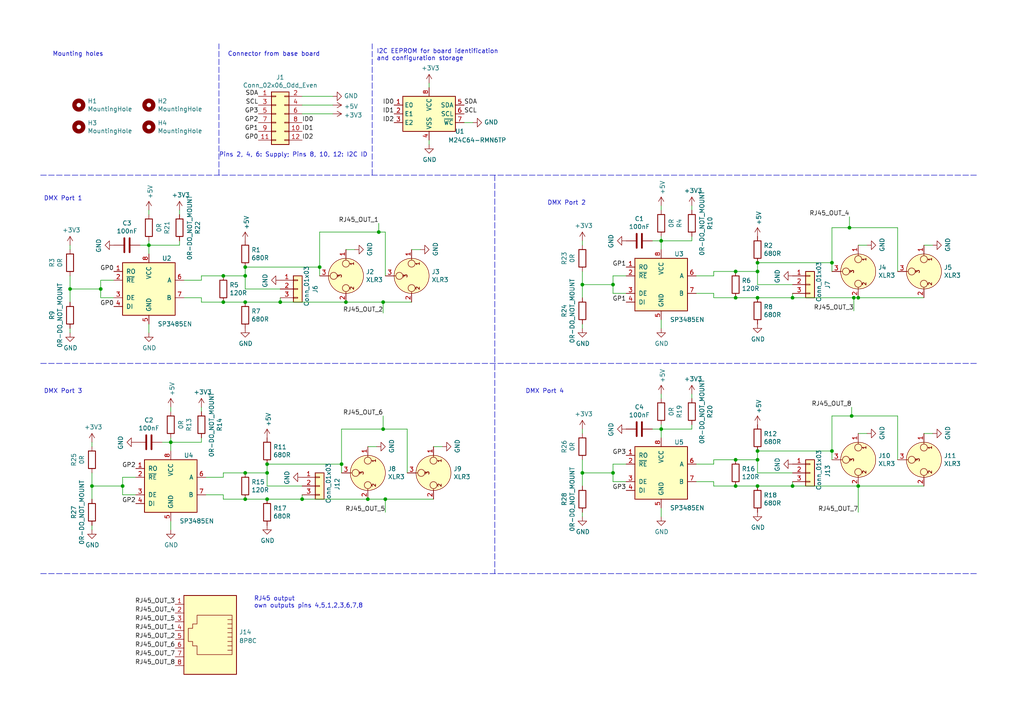
<source format=kicad_sch>
(kicad_sch (version 20211123) (generator eeschema)
  (paper "A4")
  (title_block (title "rp2040_dongle_ioboard_4ports_unisolated") (date "2022-11-09") (rev "0.6") (company "https://www.openlighting.org"))
  (lib_symbols
    (symbol "Connector:8P8C" (pin_names (offset 1.016))
      (property "Reference" "J" (at -5.08 13.97 0))
      (property "Value" "8P8C" (at 2.54 13.97 0))
      (symbol "8P8C_0_1"
        (polyline (pts (xy -5.08 4.445) (xy -6.35 4.445)))
        (polyline (pts (xy -5.08 5.715) (xy -6.35 5.715)))
        (polyline (pts (xy -6.35 -3.175) (xy -5.08 -3.175) (xy -5.08 -3.175)))
        (polyline (pts (xy -6.35 -1.905) (xy -5.08 -1.905) (xy -5.08 -1.905)))
        (polyline (pts (xy -6.35 -0.635) (xy -5.08 -0.635) (xy -5.08 -0.635)))
        (polyline (pts (xy -6.35 0.635) (xy -5.08 0.635) (xy -5.08 0.635)))
        (polyline (pts (xy -6.35 1.905) (xy -5.08 1.905) (xy -5.08 1.905)))
        (polyline (pts (xy -5.08 3.175) (xy -6.35 3.175) (xy -6.35 3.175)))
        (polyline (pts (xy -6.35 -4.445) (xy -6.35 6.985) (xy 3.81 6.985) (xy 3.81 4.445) (xy 5.08 4.445) (xy 5.08 3.175) (xy 6.35 3.175) (xy 6.35 -0.635) (xy 5.08 -0.635) (xy 5.08 -1.905) (xy 3.81 -1.905) (xy 3.81 -4.445) (xy -6.35 -4.445) (xy -6.35 -4.445)))
        (rectangle (start 7.62 12.7) (end -7.62 -10.16) (stroke (width 0.254)) (fill (type background)))
      )
      (symbol "8P8C_1_1"
        (pin passive line (at 10.16 -7.62 180) (length 2.54) (name "~") (number "1"))
        (pin passive line (at 10.16 -5.08 180) (length 2.54) (name "~") (number "2"))
        (pin passive line (at 10.16 -2.54 180) (length 2.54) (name "~") (number "3"))
        (pin passive line (at 10.16 0 180) (length 2.54) (name "~") (number "4"))
        (pin passive line (at 10.16 2.54 180) (length 2.54) (name "~") (number "5"))
        (pin passive line (at 10.16 5.08 180) (length 2.54) (name "~") (number "6"))
        (pin passive line (at 10.16 7.62 180) (length 2.54) (name "~") (number "7"))
        (pin passive line (at 10.16 10.16 180) (length 2.54) (name "~") (number "8"))
      )
    )
    (symbol "Connector:XLR3" (pin_names hide)
      (property "Reference" "J" (at 0 8.89 0))
      (property "Value" "XLR3" (at 0 6.35 0))
      (symbol "XLR3_0_1"
        (circle (center -3.556 0) (radius 1.016))
        (circle (center 0 -3.556) (radius 1.016))
        (polyline (pts (xy -5.08 0) (xy -4.572 0)))
        (polyline (pts (xy 0 -5.08) (xy 0 -4.572)))
        (polyline (pts (xy 5.08 0) (xy 4.572 0)))
        (circle (center 0 0) (radius 5.08) (fill (type background)))
        (circle (center 3.556 0) (radius 1.016))
        (text "1" (at -3.556 1.778 0) (effects (font (size 1.016 1.016) bold)))
        (text "2" (at 3.556 1.778 0) (effects (font (size 1.016 1.016) bold)))
        (text "3" (at 0 -1.778 0) (effects (font (size 1.016 1.016) bold)))
        (pin passive line (at -7.62 0 0) (length 2.54) (name "~") (number "1"))
        (pin passive line (at 7.62 0 180) (length 2.54) (name "~") (number "2"))
        (pin passive line (at 0 -7.62 90) (length 2.54) (name "~") (number "3"))
      )
    )
    (symbol "Connector_Generic:Conn_01x03" (pin_names (offset 1.016) hide)
      (property "Reference" "J" (at 0 5.08 0))
      (property "Value" "Conn_01x03" (at 0 -5.08 0))
      (symbol "Conn_01x03_1_1"
        (rectangle (start -1.27 -2.413) (end 0 -2.667) (stroke (width 0.1524)))
        (rectangle (start -1.27 0.127) (end 0 -0.127) (stroke (width 0.1524)))
        (rectangle (start -1.27 2.667) (end 0 2.413) (stroke (width 0.1524)))
        (rectangle (start -1.27 3.81) (end 1.27 -3.81) (stroke (width 0.254)) (fill (type background)))
        (pin passive line (at -5.08 2.54 0) (length 3.81) (name "Pin_1") (number "1"))
        (pin passive line (at -5.08 0 0) (length 3.81) (name "Pin_2") (number "2"))
        (pin passive line (at -5.08 -2.54 0) (length 3.81) (name "Pin_3") (number "3"))
      )
    )
    (symbol "Connector_Generic:Conn_02x06_Odd_Even" (pin_names (offset 1.016) hide)
      (property "Reference" "J" (at 1.27 7.62 0))
      (property "Value" "Conn_02x06_Odd_Even" (at 1.27 -10.16 0))
      (symbol "Conn_02x06_Odd_Even_1_1"
        (rectangle (start -1.27 -7.493) (end 0 -7.747) (stroke (width 0.1524)))
        (rectangle (start -1.27 -4.953) (end 0 -5.207) (stroke (width 0.1524)))
        (rectangle (start -1.27 -2.413) (end 0 -2.667) (stroke (width 0.1524)))
        (rectangle (start -1.27 0.127) (end 0 -0.127) (stroke (width 0.1524)))
        (rectangle (start -1.27 2.667) (end 0 2.413) (stroke (width 0.1524)))
        (rectangle (start -1.27 5.207) (end 0 4.953) (stroke (width 0.1524)))
        (rectangle (start -1.27 6.35) (end 3.81 -8.89) (stroke (width 0.254)) (fill (type background)))
        (rectangle (start 3.81 -7.493) (end 2.54 -7.747) (stroke (width 0.1524)))
        (rectangle (start 3.81 -4.953) (end 2.54 -5.207) (stroke (width 0.1524)))
        (rectangle (start 3.81 -2.413) (end 2.54 -2.667) (stroke (width 0.1524)))
        (rectangle (start 3.81 0.127) (end 2.54 -0.127) (stroke (width 0.1524)))
        (rectangle (start 3.81 2.667) (end 2.54 2.413) (stroke (width 0.1524)))
        (rectangle (start 3.81 5.207) (end 2.54 4.953) (stroke (width 0.1524)))
        (pin passive line (at -5.08 5.08 0) (length 3.81) (name "Pin_1") (number "1"))
        (pin passive line (at 7.62 -5.08 180) (length 3.81) (name "Pin_10") (number "10"))
        (pin passive line (at -5.08 -7.62 0) (length 3.81) (name "Pin_11") (number "11"))
        (pin passive line (at 7.62 -7.62 180) (length 3.81) (name "Pin_12") (number "12"))
        (pin passive line (at 7.62 5.08 180) (length 3.81) (name "Pin_2") (number "2"))
        (pin passive line (at -5.08 2.54 0) (length 3.81) (name "Pin_3") (number "3"))
        (pin passive line (at 7.62 2.54 180) (length 3.81) (name "Pin_4") (number "4"))
        (pin passive line (at -5.08 0 0) (length 3.81) (name "Pin_5") (number "5"))
        (pin passive line (at 7.62 0 180) (length 3.81) (name "Pin_6") (number "6"))
        (pin passive line (at -5.08 -2.54 0) (length 3.81) (name "Pin_7") (number "7"))
        (pin passive line (at 7.62 -2.54 180) (length 3.81) (name "Pin_8") (number "8"))
        (pin passive line (at -5.08 -5.08 0) (length 3.81) (name "Pin_9") (number "9"))
      )
    )
    (symbol "Device:C" (pin_numbers hide) (pin_names (offset 0.254))
      (property "Reference" "C" (at 0.635 2.54 0))
      (property "Value" "C" (at 0.635 -2.54 0))
      (symbol "C_0_1"
        (polyline (pts (xy -2.032 -0.762) (xy 2.032 -0.762)) (stroke (width 0.508)))
        (polyline (pts (xy -2.032 0.762) (xy 2.032 0.762)) (stroke (width 0.508)))
      )
      (symbol "C_1_1"
        (pin passive line (at 0 3.81 270) (length 2.794) (name "~") (number "1"))
        (pin passive line (at 0 -3.81 90) (length 2.794) (name "~") (number "2"))
      )
    )
    (symbol "Device:R" (pin_numbers hide) (pin_names (offset 0))
      (property "Reference" "R" (at 2.032 0 90))
      (property "Value" "R" (at 0 0 90))
      (symbol "R_0_1"
        (rectangle (start -1.016 -2.54) (end 1.016 2.54) (stroke (width 0.254)))
      )
      (symbol "R_1_1"
        (pin passive line (at 0 3.81 270) (length 1.27) (name "~") (number "1"))
        (pin passive line (at 0 -3.81 90) (length 1.27) (name "~") (number "2"))
      )
    )
    (symbol "Interface_UART:SP3485EN" (pin_names (offset 1.016))
      (property "Reference" "U" (at -7.62 8.89 0))
      (property "Value" "SP3485EN" (at 2.54 8.89 0))
      (symbol "SP3485EN_0_1"
        (rectangle (start -7.62 7.62) (end 7.62 -7.62) (stroke (width 0.254)) (fill (type background)))
      )
      (symbol "SP3485EN_1_1"
        (pin output line (at -10.16 5.08 0) (length 2.54) (name "RO") (number "1"))
        (pin input line (at -10.16 2.54 0) (length 2.54) (name "~{RE}") (number "2"))
        (pin input line (at -10.16 -2.54 0) (length 2.54) (name "DE") (number "3"))
        (pin input line (at -10.16 -5.08 0) (length 2.54) (name "DI") (number "4"))
        (pin power_in line (at 0 -10.16 90) (length 2.54) (name "GND") (number "5"))
        (pin bidirectional line (at 10.16 2.54 180) (length 2.54) (name "A") (number "6"))
        (pin bidirectional line (at 10.16 -2.54 180) (length 2.54) (name "B") (number "7"))
        (pin power_in line (at 0 10.16 270) (length 2.54) (name "VCC") (number "8"))
      )
    )
    (symbol "Mechanical:MountingHole" (pin_names (offset 1.016))
      (property "Reference" "H" (at 0 5.08 0))
      (property "Value" "MountingHole" (at 0 3.175 0))
      (symbol "MountingHole_0_1"
        (circle (center 0 0) (radius 1.27) (stroke (width 1.27)))
      )
    )
    (symbol "Memory_EEPROM:M24C02-WMN"
      (property "Reference" "U" (at -6.35 6.35 0))
      (property "Value" "M24C02-WMN" (at 7.62 6.35 0))
      (symbol "M24C02-WMN_0_1"
        (rectangle (start -7.62 5.08) (end 7.62 -5.08) (stroke (width 0.254)) (fill (type background)))
      )
      (symbol "M24C02-WMN_1_1"
        (pin input line (at -10.16 2.54 0) (length 2.54) (name "E0") (number "1"))
        (pin input line (at -10.16 0 0) (length 2.54) (name "E1") (number "2"))
        (pin input line (at -10.16 -2.54 0) (length 2.54) (name "E2") (number "3"))
        (pin power_in line (at 0 -7.62 90) (length 2.54) (name "VSS") (number "4"))
        (pin bidirectional line (at 10.16 2.54 180) (length 2.54) (name "SDA") (number "5"))
        (pin input line (at 10.16 0 180) (length 2.54) (name "SCL") (number "6"))
        (pin input line (at 10.16 -2.54 180) (length 2.54) (name "~{WC}") (number "7"))
        (pin power_in line (at 0 7.62 270) (length 2.54) (name "VCC") (number "8"))
      )
    )
    (symbol "ioboard_4ports_unisolated-rescue:+3.3V-power" (power) (pin_names (offset 0))
      (property "Value" "+3.3V-power" (at 0 3.556 0))
      (symbol "+3.3V-power_0_1"
        (polyline (pts (xy -0.762 1.27) (xy 0 2.54)))
        (polyline (pts (xy 0 0) (xy 0 2.54)))
        (polyline (pts (xy 0 2.54) (xy 0.762 1.27)))
      )
      (symbol "+3.3V-power_1_1"
        (pin power_in line (at 0 0 90) (length 0) hide (name "+3V3") (number "1"))
      )
    )
    (symbol "power:+5V" (power) (pin_names (offset 0))
      (property "Value" "+5V" (at 0 3.556 0))
      (symbol "+5V_0_1"
        (polyline (pts (xy -0.762 1.27) (xy 0 2.54)))
        (polyline (pts (xy 0 0) (xy 0 2.54)))
        (polyline (pts (xy 0 2.54) (xy 0.762 1.27)))
      )
      (symbol "+5V_1_1"
        (pin power_in line (at 0 0 90) (length 0) hide (name "+5V") (number "1"))
      )
    )
    (symbol "power:GND" (power) (pin_names (offset 0))
      (property "Value" "GND" (at 0 -3.81 0))
      (symbol "GND_0_1"
        (polyline (pts (xy 0 0) (xy 0 -1.27) (xy 1.27 -1.27) (xy 0 -2.54) (xy -1.27 -1.27) (xy 0 -1.27)))
      )
      (symbol "GND_1_1"
        (pin power_in line (at 0 0 270) (length 0) hide (name "GND") (number "1"))
      )
    )
  )
  (junction (at 219.71 130.81))
  (junction (at 64.77 87.63))
  (junction (at 77.47 137.16))
  (junction (at 213.36 140.97))
  (junction (at 247.65 86.36))
  (junction (at 100.33 87.63))
  (junction (at 92.71 77.47))
  (junction (at 71.12 137.16))
  (junction (at 229.87 140.97))
  (junction (at 219.71 76.2))
  (junction (at 77.47 134.62))
  (junction (at 64.77 80.01))
  (junction (at 81.28 87.63))
  (junction (at 177.8 137.16))
  (junction (at 219.71 133.35))
  (junction (at 247.015 120.65))
  (junction (at 111.76 144.78))
  (junction (at 35.56 140.97))
  (junction (at 71.12 77.47))
  (junction (at 106.68 144.78))
  (junction (at 77.47 144.78))
  (junction (at 168.91 82.55))
  (junction (at 71.12 80.01))
  (junction (at 71.12 144.78))
  (junction (at 26.67 140.97))
  (junction (at 241.3 76.2))
  (junction (at 191.77 69.85))
  (junction (at 229.87 86.36))
  (junction (at 29.21 83.82))
  (junction (at 213.36 78.74))
  (junction (at 241.3 130.81))
  (junction (at 168.91 137.16))
  (junction (at 111.125 87.63))
  (junction (at 20.32 83.82))
  (junction (at 219.71 86.36))
  (junction (at 49.53 128.27))
  (junction (at 71.12 87.63))
  (junction (at 43.18 71.12))
  (junction (at 219.71 78.74))
  (junction (at 177.8 82.55))
  (junction (at 99.06 134.62))
  (junction (at 248.92 140.97))
  (junction (at 191.77 124.46))
  (junction (at 87.63 144.78))
  (junction (at 109.855 67.31))
  (junction (at 213.36 133.35))
  (junction (at 111.125 124.46))
  (junction (at 213.36 86.36))
  (junction (at 248.92 86.36))
  (junction (at 219.71 140.97))
  (junction (at 246.38 66.04))
  (wire (pts (xy 43.18 71.12) (xy 43.18 73.66)))
  (wire (pts (xy 53.34 81.28) (xy 58.42 81.28)))
  (wire (pts (xy 207.01 80.01) (xy 207.01 78.74)))
  (wire (pts (xy 260.35 66.04) (xy 260.35 78.74)))
  (polyline (pts (xy 283.21 105.41) (xy 11.43 105.41)))
  (wire (pts (xy 207.01 85.09) (xy 207.01 86.36)))
  (wire (pts (xy 109.855 67.31) (xy 111.76 67.31)))
  (wire (pts (xy 100.33 72.39) (xy 102.87 72.39)))
  (wire (pts (xy 267.97 71.12) (xy 270.51 71.12)))
  (wire (pts (xy 118.11 124.46) (xy 118.11 137.16)))
  (wire (pts (xy 35.56 140.97) (xy 35.56 143.51)))
  (wire (pts (xy 177.8 139.7) (xy 181.61 139.7)))
  (wire (pts (xy 207.01 139.7) (xy 207.01 140.97)))
  (wire (pts (xy 241.3 130.81) (xy 241.3 120.65)))
  (wire (pts (xy 181.61 134.62) (xy 177.8 134.62)))
  (wire (pts (xy 52.07 71.12) (xy 52.07 69.85)))
  (wire (pts (xy 247.015 118.11) (xy 247.015 120.65)))
  (wire (pts (xy 111.125 124.46) (xy 118.11 124.46)))
  (wire (pts (xy 168.91 82.55) (xy 177.8 82.55)))
  (polyline (pts (xy 283.21 50.8) (xy 11.43 50.8)))
  (wire (pts (xy 241.3 120.65) (xy 247.015 120.65)))
  (wire (pts (xy 119.38 72.39) (xy 121.92 72.39)))
  (wire (pts (xy 168.91 148.59) (xy 168.91 149.86)))
  (wire (pts (xy 241.3 78.74) (xy 241.3 76.2)))
  (wire (pts (xy 219.71 78.74) (xy 219.71 82.55)))
  (wire (pts (xy 35.56 138.43) (xy 35.56 140.97)))
  (wire (pts (xy 106.68 144.78) (xy 111.76 144.78)))
  (wire (pts (xy 247.65 86.36) (xy 248.92 86.36)))
  (wire (pts (xy 168.91 137.16) (xy 168.91 140.97)))
  (wire (pts (xy 191.77 69.85) (xy 200.66 69.85)))
  (wire (pts (xy 59.69 138.43) (xy 64.77 138.43)))
  (wire (pts (xy 100.33 87.63) (xy 111.125 87.63)))
  (wire (pts (xy 59.69 143.51) (xy 64.77 143.51)))
  (wire (pts (xy 64.77 137.16) (xy 71.12 137.16)))
  (wire (pts (xy 219.71 82.55) (xy 229.87 82.55)))
  (wire (pts (xy 35.56 143.51) (xy 39.37 143.51)))
  (wire (pts (xy 207.01 140.97) (xy 213.36 140.97)))
  (wire (pts (xy 49.53 128.27) (xy 58.42 128.27)))
  (wire (pts (xy 58.42 86.36) (xy 58.42 87.63)))
  (wire (pts (xy 26.67 140.97) (xy 26.67 144.78)))
  (wire (pts (xy 207.01 78.74) (xy 213.36 78.74)))
  (wire (pts (xy 26.67 140.97) (xy 35.56 140.97)))
  (wire (pts (xy 81.28 87.63) (xy 100.33 87.63)))
  (wire (pts (xy 168.91 137.16) (xy 177.8 137.16)))
  (wire (pts (xy 87.63 144.78) (xy 87.63 143.51)))
  (wire (pts (xy 191.77 124.46) (xy 200.66 124.46)))
  (wire (pts (xy 248.92 71.12) (xy 251.46 71.12)))
  (wire (pts (xy 20.32 80.01) (xy 20.32 83.82)))
  (wire (pts (xy 200.66 60.96) (xy 200.66 59.69)))
  (wire (pts (xy 137.16 35.56) (xy 134.62 35.56)))
  (wire (pts (xy 191.77 147.32) (xy 191.77 149.86)))
  (wire (pts (xy 71.12 77.47) (xy 92.71 77.47)))
  (wire (pts (xy 20.32 83.82) (xy 20.32 87.63)))
  (wire (pts (xy 43.18 71.12) (xy 43.18 69.85)))
  (wire (pts (xy 39.37 138.43) (xy 35.56 138.43)))
  (wire (pts (xy 177.8 82.55) (xy 177.8 85.09)))
  (wire (pts (xy 29.21 86.36) (xy 33.02 86.36)))
  (wire (pts (xy 99.06 124.46) (xy 111.125 124.46)))
  (wire (pts (xy 168.91 93.98) (xy 168.91 95.25)))
  (wire (pts (xy 77.47 137.16) (xy 77.47 140.97)))
  (wire (pts (xy 109.855 64.77) (xy 109.855 67.31)))
  (wire (pts (xy 241.3 76.2) (xy 241.3 66.04)))
  (wire (pts (xy 49.53 128.27) (xy 49.53 130.81)))
  (wire (pts (xy 207.01 133.35) (xy 213.36 133.35)))
  (wire (pts (xy 53.34 86.36) (xy 58.42 86.36)))
  (wire (pts (xy 87.63 144.78) (xy 106.68 144.78)))
  (wire (pts (xy 201.93 85.09) (xy 207.01 85.09)))
  (wire (pts (xy 49.53 119.38) (xy 49.53 118.11)))
  (wire (pts (xy 177.8 134.62) (xy 177.8 137.16)))
  (wire (pts (xy 201.93 134.62) (xy 207.01 134.62)))
  (wire (pts (xy 58.42 80.01) (xy 64.77 80.01)))
  (wire (pts (xy 247.015 120.65) (xy 260.35 120.65)))
  (wire (pts (xy 26.67 137.16) (xy 26.67 140.97)))
  (wire (pts (xy 96.52 33.02) (xy 87.63 33.02)))
  (wire (pts (xy 111.125 87.63) (xy 111.125 90.805)))
  (wire (pts (xy 191.77 124.46) (xy 191.77 127)))
  (wire (pts (xy 260.35 120.65) (xy 260.35 133.35)))
  (wire (pts (xy 248.92 140.97) (xy 267.97 140.97)))
  (wire (pts (xy 111.125 87.63) (xy 119.38 87.63)))
  (wire (pts (xy 246.38 62.865) (xy 246.38 66.04)))
  (wire (pts (xy 64.77 143.51) (xy 64.77 144.78)))
  (wire (pts (xy 219.71 86.36) (xy 229.87 86.36)))
  (wire (pts (xy 71.12 80.01) (xy 71.12 77.47)))
  (wire (pts (xy 64.77 144.78) (xy 71.12 144.78)))
  (wire (pts (xy 229.87 86.36) (xy 247.65 86.36)))
  (wire (pts (xy 99.06 137.16) (xy 99.06 134.62)))
  (wire (pts (xy 246.38 66.04) (xy 260.35 66.04)))
  (wire (pts (xy 213.36 140.97) (xy 219.71 140.97)))
  (wire (pts (xy 43.18 62.23) (xy 43.18 60.96)))
  (wire (pts (xy 58.42 119.38) (xy 58.42 118.11)))
  (polyline (pts (xy 107.95 50.8) (xy 107.95 12.7)))
  (wire (pts (xy 64.77 87.63) (xy 71.12 87.63)))
  (wire (pts (xy 52.07 62.23) (xy 52.07 60.96)))
  (wire (pts (xy 219.71 130.81) (xy 241.3 130.81)))
  (wire (pts (xy 77.47 144.78) (xy 87.63 144.78)))
  (wire (pts (xy 177.8 85.09) (xy 181.61 85.09)))
  (wire (pts (xy 46.99 128.27) (xy 49.53 128.27)))
  (wire (pts (xy 71.12 80.01) (xy 71.12 83.82)))
  (wire (pts (xy 191.77 69.85) (xy 191.77 72.39)))
  (wire (pts (xy 64.77 138.43) (xy 64.77 137.16)))
  (wire (pts (xy 219.71 140.97) (xy 229.87 140.97)))
  (wire (pts (xy 43.18 71.12) (xy 52.07 71.12)))
  (wire (pts (xy 168.91 69.85) (xy 168.91 71.12)))
  (wire (pts (xy 20.32 83.82) (xy 29.21 83.82)))
  (wire (pts (xy 191.77 124.46) (xy 191.77 123.19)))
  (wire (pts (xy 111.76 144.78) (xy 111.76 148.59)))
  (wire (pts (xy 71.12 144.78) (xy 77.47 144.78)))
  (wire (pts (xy 168.91 133.35) (xy 168.91 137.16)))
  (wire (pts (xy 229.87 140.97) (xy 248.92 140.97)))
  (wire (pts (xy 58.42 87.63) (xy 64.77 87.63)))
  (wire (pts (xy 49.53 128.27) (xy 49.53 127)))
  (wire (pts (xy 248.92 86.36) (xy 267.97 86.36)))
  (wire (pts (xy 200.66 115.57) (xy 200.66 114.3)))
  (wire (pts (xy 201.93 139.7) (xy 207.01 139.7)))
  (wire (pts (xy 219.71 133.35) (xy 219.71 130.81)))
  (wire (pts (xy 81.28 87.63) (xy 81.28 86.36)))
  (wire (pts (xy 191.77 60.96) (xy 191.77 59.69)))
  (wire (pts (xy 248.92 125.73) (xy 251.46 125.73)))
  (wire (pts (xy 29.21 81.28) (xy 29.21 83.82)))
  (wire (pts (xy 124.46 24.13) (xy 124.46 25.4)))
  (wire (pts (xy 267.97 125.73) (xy 270.51 125.73)))
  (wire (pts (xy 219.71 78.74) (xy 219.71 76.2)))
  (wire (pts (xy 26.67 152.4) (xy 26.67 153.67)))
  (wire (pts (xy 106.68 129.54) (xy 109.22 129.54)))
  (wire (pts (xy 92.71 80.01) (xy 92.71 77.47)))
  (polyline (pts (xy 143.51 50.8) (xy 143.51 166.37)))
  (wire (pts (xy 219.71 76.2) (xy 241.3 76.2)))
  (wire (pts (xy 20.32 95.25) (xy 20.32 96.52)))
  (wire (pts (xy 96.52 30.48) (xy 87.63 30.48)))
  (wire (pts (xy 40.64 71.12) (xy 43.18 71.12)))
  (wire (pts (xy 219.71 133.35) (xy 219.71 137.16)))
  (wire (pts (xy 189.23 69.85) (xy 191.77 69.85)))
  (wire (pts (xy 26.67 128.27) (xy 26.67 129.54)))
  (wire (pts (xy 201.93 80.01) (xy 207.01 80.01)))
  (wire (pts (xy 87.63 27.94) (xy 96.52 27.94)))
  (wire (pts (xy 213.36 86.36) (xy 219.71 86.36)))
  (wire (pts (xy 43.18 93.98) (xy 43.18 96.52)))
  (wire (pts (xy 229.87 140.97) (xy 229.87 139.7)))
  (wire (pts (xy 207.01 86.36) (xy 213.36 86.36)))
  (wire (pts (xy 247.65 86.36) (xy 247.65 90.17)))
  (wire (pts (xy 58.42 81.28) (xy 58.42 80.01)))
  (wire (pts (xy 33.02 81.28) (xy 29.21 81.28)))
  (wire (pts (xy 92.71 77.47) (xy 92.71 67.31)))
  (wire (pts (xy 64.77 80.01) (xy 71.12 80.01)))
  (wire (pts (xy 219.71 137.16) (xy 229.87 137.16)))
  (wire (pts (xy 77.47 137.16) (xy 77.47 134.62)))
  (wire (pts (xy 213.36 78.74) (xy 219.71 78.74)))
  (wire (pts (xy 124.46 40.64) (xy 124.46 41.91)))
  (wire (pts (xy 111.125 120.65) (xy 111.125 124.46)))
  (wire (pts (xy 191.77 115.57) (xy 191.77 114.3)))
  (wire (pts (xy 177.8 80.01) (xy 177.8 82.55)))
  (wire (pts (xy 49.53 151.13) (xy 49.53 153.67)))
  (polyline (pts (xy 63.5 50.8) (xy 63.5 12.7)))
  (wire (pts (xy 92.71 67.31) (xy 109.855 67.31)))
  (polyline (pts (xy 283.21 166.37) (xy 11.43 166.37)))
  (wire (pts (xy 168.91 78.74) (xy 168.91 82.55)))
  (wire (pts (xy 191.77 92.71) (xy 191.77 95.25)))
  (wire (pts (xy 168.91 124.46) (xy 168.91 125.73)))
  (wire (pts (xy 125.73 129.54) (xy 128.27 129.54)))
  (wire (pts (xy 71.12 137.16) (xy 77.47 137.16)))
  (wire (pts (xy 168.91 82.55) (xy 168.91 86.36)))
  (wire (pts (xy 99.06 134.62) (xy 99.06 124.46)))
  (wire (pts (xy 229.87 86.36) (xy 229.87 85.09)))
  (wire (pts (xy 77.47 134.62) (xy 99.06 134.62)))
  (wire (pts (xy 241.3 133.35) (xy 241.3 130.81)))
  (wire (pts (xy 207.01 134.62) (xy 207.01 133.35)))
  (wire (pts (xy 181.61 80.01) (xy 177.8 80.01)))
  (wire (pts (xy 77.47 140.97) (xy 87.63 140.97)))
  (wire (pts (xy 200.66 69.85) (xy 200.66 68.58)))
  (wire (pts (xy 29.21 83.82) (xy 29.21 86.36)))
  (wire (pts (xy 71.12 83.82) (xy 81.28 83.82)))
  (wire (pts (xy 200.66 124.46) (xy 200.66 123.19)))
  (wire (pts (xy 71.12 87.63) (xy 81.28 87.63)))
  (wire (pts (xy 20.32 71.12) (xy 20.32 72.39)))
  (wire (pts (xy 111.76 144.78) (xy 125.73 144.78)))
  (wire (pts (xy 111.76 67.31) (xy 111.76 80.01)))
  (wire (pts (xy 177.8 137.16) (xy 177.8 139.7)))
  (wire (pts (xy 248.92 140.97) (xy 248.92 148.59)))
  (wire (pts (xy 241.3 66.04) (xy 246.38 66.04)))
  (wire (pts (xy 58.42 128.27) (xy 58.42 127)))
  (wire (pts (xy 213.36 133.35) (xy 219.71 133.35)))
  (wire (pts (xy 189.23 124.46) (xy 191.77 124.46)))
  (wire (pts (xy 191.77 69.85) (xy 191.77 68.58)))
  (text "DMX Port 1" (at 12.7 58.42 0) (effects (font (size 1.27 1.27)) (justify left bottom)))
  (text "RJ45 output\nown outputs pins 4,5,1,2,3,6,7,8" (at 73.66 176.53 0) (effects (font (size 1.27 1.27)) (justify left bottom)))
  (text "DMX Port 4" (at 152.4 114.3 0) (effects (font (size 1.27 1.27)) (justify left bottom)))
  (text "I2C EEPROM for board identification\nand configuration storage" (at 109.22 17.78 0) (effects (font (size 1.27 1.27)) (justify left bottom)))
  (text "DMX Port 2" (at 158.75 59.69 0) (effects (font (size 1.27 1.27)) (justify left bottom)))
  (text "Connector from base board" (at 66.04 16.51 0) (effects (font (size 1.27 1.27)) (justify left bottom)))
  (text "DMX Port 3" (at 12.7 114.3 0) (effects (font (size 1.27 1.27)) (justify left bottom)))
  (text "Pins 2, 4, 6: Supply; Pins 8, 10, 12: I2C ID" (at 63.5 45.72 0) (effects (font (size 1.27 1.27)) (justify left bottom)))
  (text "Mounting holes" (at 15.24 16.51 0) (effects (font (size 1.27 1.27)) (justify left bottom)))
  (label "GP2" (at 39.37 146.05 180))
  (label "RJ45_OUT_3" (at 247.65 90.17 180))
  (label "GP3" (at 74.93 33.02 180))
  (label "GP1" (at 74.93 38.1 180))
  (label "RJ45_OUT_7" (at 248.92 148.59 180))
  (label "GP0" (at 74.93 40.64 180))
  (label "GP2" (at 39.37 135.89 180))
  (label "GP0" (at 33.02 88.9 180))
  (label "GP3" (at 181.61 132.08 180))
  (label "RJ45_OUT_6" (at 111.125 120.65 180))
  (label "RJ45_OUT_4" (at 50.8 177.8 180))
  (label "RJ45_OUT_3" (at 50.8 175.26 180))
  (label "RJ45_OUT_1" (at 50.8 182.88 180))
  (label "RJ45_OUT_1" (at 109.855 64.77 180))
  (label "SCL" (at 134.62 33.02 0))
  (label "GP0" (at 33.02 78.74 180))
  (label "GP1" (at 181.61 77.47 180))
  (label "ID0" (at 87.63 35.56 0))
  (label "RJ45_OUT_8" (at 50.8 193.04 180))
  (label "RJ45_OUT_2" (at 111.125 90.805 180))
  (label "RJ45_OUT_8" (at 247.015 118.11 180))
  (label "ID1" (at 114.3 33.02 180))
  (label "ID1" (at 87.63 38.1 0))
  (label "RJ45_OUT_7" (at 50.8 190.5 180))
  (label "SDA" (at 134.62 30.48 0))
  (label "GP3" (at 181.61 142.24 180))
  (label "RJ45_OUT_5" (at 111.76 148.59 180))
  (label "ID2" (at 87.63 40.64 0))
  (label "GP1" (at 181.61 87.63 180))
  (label "RJ45_OUT_6" (at 50.8 187.96 180))
  (label "SCL" (at 74.93 30.48 180))
  (label "ID0" (at 114.3 30.48 180))
  (label "ID2" (at 114.3 35.56 180))
  (label "SDA" (at 74.93 27.94 180))
  (label "RJ45_OUT_2" (at 50.8 185.42 180))
  (label "GP2" (at 74.93 35.56 180))
  (label "RJ45_OUT_5" (at 50.8 180.34 180))
  (label "RJ45_OUT_4" (at 246.38 62.865 180))
  (symbol (lib_id "Connector_Generic:Conn_02x06_Odd_Even") (at 80.01 33.02 0) (unit 1)
    (property "Reference" "J1" (at 81.28 22.4282 0))
    (property "Value" "Conn_02x06_Odd_Even" (at 81.28 24.7396 0))
    (property "Footprint" "Connector_PinHeader_2.54mm:PinHeader_2x06_P2.54mm_Vertical" (effects hide))
  )
  (symbol (lib_id "power:GND") (at 96.52 27.94 90) (unit 1)
    (property "Reference" "#PWR04" (effects hide))
    (property "Value" "GND" (at 99.7712 27.813 90) (effects (justify right)))
  )
  (symbol (lib_id "power:+5V") (at 96.52 30.48 270) (unit 1)
    (property "Reference" "#PWR05" (effects hide))
    (property "Value" "+5V" (at 99.7712 30.861 90) (effects (justify left)))
  )
  (symbol (lib_id "ioboard_4ports_unisolated-rescue:+3.3V-power") (at 96.52 33.02 270) (unit 1)
    (property "Reference" "#PWR06" (effects hide))
    (property "Value" "+3.3V" (at 99.7712 33.401 90) (effects (justify left)))
  )
  (symbol (lib_id "Memory_EEPROM:M24C02-WMN") (at 124.46 33.02 0) (unit 1)
    (property "Reference" "U1" (at 133.35 38.1 0))
    (property "Value" "M24C64-RMN6TP" (at 138.43 40.64 0))
    (property "Footprint" "Package_SO:SOIC-8_3.9x4.9mm_P1.27mm" (effects hide))
    (property "Datasheet" "http://www.st.com/content/ccc/resource/technical/document/datasheet/b0/d8/50/40/5a/85/49/6f/DM00071904.pdf/files/DM00071904.pdf/jcr:content/translations/en.DM00071904.pdf" (effects hide))
    (property "LCSC" "C79988" (effects hide))
  )
  (symbol (lib_id "ioboard_4ports_unisolated-rescue:+3.3V-power") (at 124.46 24.13 0) (unit 1)
    (property "Reference" "#PWR01" (effects hide))
    (property "Value" "+3.3V" (at 124.841 19.7358 0))
  )
  (symbol (lib_id "power:GND") (at 124.46 41.91 0) (unit 1)
    (property "Reference" "#PWR010" (effects hide))
    (property "Value" "GND" (at 124.587 46.3042 0))
  )
  (symbol (lib_id "power:GND") (at 137.16 35.56 90) (unit 1)
    (property "Reference" "#PWR07" (effects hide))
    (property "Value" "GND" (at 140.4112 35.433 90) (effects (justify right)))
  )
  (symbol (lib_id "Interface_UART:SP3485EN") (at 43.18 83.82 0) (unit 1)
    (property "Reference" "U2" (at 46.99 74.93 0) (effects (justify left)))
    (property "Value" "SP3485EN" (at 45.72 93.98 0) (effects (justify left)))
    (property "Footprint" "Package_SO:SOIC-8_3.9x4.9mm_P1.27mm" (effects hide))
    (property "Datasheet" "http://www.icbase.com/pdf/SPX/SPX00480106.pdf" (effects hide))
    (property "LCSC" "C8963" (effects hide))
  )
  (symbol (lib_id "Device:R") (at 20.32 91.44 180) (unit 1)
    (property "Reference" "R9" (at 15.0622 91.44 90))
    (property "Value" "0R-DO_NOT_MOUNT" (at 17.3736 91.44 90))
    (property "Footprint" "Resistor_SMD:R_0805_2012Metric_Pad1.20x1.40mm_HandSolder" (effects hide))
    (property "LCSC" "C17477" (effects hide))
  )
  (symbol (lib_id "Device:R") (at 20.32 76.2 180) (unit 1)
    (property "Reference" "R3" (at 15.0622 76.2 90))
    (property "Value" "0R" (at 17.3736 76.2 90))
    (property "Footprint" "Resistor_SMD:R_0805_2012Metric_Pad1.20x1.40mm_HandSolder" (effects hide))
    (property "LCSC" "C17477" (effects hide))
  )
  (symbol (lib_id "ioboard_4ports_unisolated-rescue:+3.3V-power") (at 52.07 60.96 0) (unit 1)
    (property "Reference" "#PWR012" (effects hide))
    (property "Value" "+3.3V" (at 52.451 56.5658 0))
  )
  (symbol (lib_id "power:GND") (at 20.32 96.52 0) (unit 1)
    (property "Reference" "#PWR017" (effects hide))
    (property "Value" "GND" (at 20.447 100.9142 0))
  )
  (symbol (lib_id "Device:R") (at 64.77 83.82 180) (unit 1)
    (property "Reference" "R5" (at 66.548 82.6516 0) (effects (justify right)))
    (property "Value" "120R" (at 66.548 84.963 0) (effects (justify right)))
    (property "Footprint" "Resistor_SMD:R_0603_1608Metric_Pad0.98x0.95mm_HandSolder" (effects hide))
    (property "LCSC" "C22787" (effects hide))
  )
  (symbol (lib_id "Connector_Generic:Conn_01x03") (at 86.36 83.82 0) (unit 1)
    (property "Reference" "J6" (at 91.44 85.09 90) (effects (justify left)))
    (property "Value" "Conn_01x03" (at 88.9 88.9 90) (effects (justify left)))
    (property "Footprint" "Connector_PinHeader_2.54mm:PinHeader_1x03_P2.54mm_Vertical" (effects hide))
  )
  (symbol (lib_id "Connector:XLR3") (at 100.33 80.01 270) (unit 1)
    (property "Reference" "J2" (at 106.1212 78.8416 90) (effects (justify left)))
    (property "Value" "XLR3" (at 106.1212 81.153 90) (effects (justify left)))
    (property "Footprint" "Connector_Audio:Jack_XLR_Neutrik_NC3FAAH_Horizontal" (effects hide))
    (property "Datasheet" " ~" (effects hide))
  )
  (symbol (lib_id "ioboard_4ports_unisolated-rescue:+3.3V-power") (at 20.32 71.12 0) (unit 1)
    (property "Reference" "#PWR015" (effects hide))
    (property "Value" "+3.3V" (at 20.701 66.7258 0))
  )
  (symbol (lib_id "Mechanical:MountingHole") (at 22.86 30.48 0) (unit 1)
    (property "Reference" "H1" (at 25.4 29.3116 0) (effects (justify left)))
    (property "Value" "MountingHole" (at 25.4 31.623 0) (effects (justify left)))
    (property "Footprint" "MountingHole:MountingHole_3.2mm_M3" (effects hide))
  )
  (symbol (lib_id "Mechanical:MountingHole") (at 43.18 30.48 0) (unit 1)
    (property "Reference" "H2" (at 45.72 29.3116 0) (effects (justify left)))
    (property "Value" "MountingHole" (at 45.72 31.623 0) (effects (justify left)))
    (property "Footprint" "MountingHole:MountingHole_3.2mm_M3" (effects hide))
  )
  (symbol (lib_id "Mechanical:MountingHole") (at 22.86 36.83 0) (unit 1)
    (property "Reference" "H3" (at 25.4 35.6616 0) (effects (justify left)))
    (property "Value" "MountingHole" (at 25.4 37.973 0) (effects (justify left)))
    (property "Footprint" "MountingHole:MountingHole_3.2mm_M3" (effects hide))
  )
  (symbol (lib_id "Mechanical:MountingHole") (at 43.18 36.83 0) (unit 1)
    (property "Reference" "H4" (at 45.72 35.6616 0) (effects (justify left)))
    (property "Value" "MountingHole" (at 45.72 37.973 0) (effects (justify left)))
    (property "Footprint" "MountingHole:MountingHole_3.2mm_M3" (effects hide))
  )
  (symbol (lib_id "power:GND") (at 43.18 96.52 0) (unit 1)
    (property "Reference" "#PWR021" (effects hide))
    (property "Value" "GND" (at 43.307 100.9142 0))
  )
  (symbol (lib_id "Device:R") (at 168.91 90.17 180) (unit 1)
    (property "Reference" "R24" (at 163.6522 90.17 90))
    (property "Value" "0R-DO_NOT_MOUNT" (at 165.9636 90.17 90))
    (property "Footprint" "Resistor_SMD:R_0805_2012Metric_Pad1.20x1.40mm_HandSolder" (effects hide))
    (property "LCSC" "C17477" (effects hide))
  )
  (symbol (lib_id "Device:R") (at 168.91 74.93 180) (unit 1)
    (property "Reference" "R23" (at 163.6522 74.93 90))
    (property "Value" "0R" (at 165.9636 74.93 90))
    (property "Footprint" "Resistor_SMD:R_0805_2012Metric_Pad1.20x1.40mm_HandSolder" (effects hide))
    (property "LCSC" "C17477" (effects hide))
  )
  (symbol (lib_id "ioboard_4ports_unisolated-rescue:+3.3V-power") (at 200.66 59.69 0) (unit 1)
    (property "Reference" "#PWR014" (effects hide))
    (property "Value" "+3.3V" (at 201.041 55.2958 0))
  )
  (symbol (lib_id "power:GND") (at 168.91 95.25 0) (unit 1)
    (property "Reference" "#PWR039" (effects hide))
    (property "Value" "GND" (at 169.037 99.6442 0))
  )
  (symbol (lib_id "Interface_UART:SP3485EN") (at 191.77 82.55 0) (unit 1)
    (property "Reference" "U3" (at 195.58 73.66 0) (effects (justify left)))
    (property "Value" "SP3485EN" (at 194.31 92.71 0) (effects (justify left)))
    (property "Footprint" "Package_SO:SOIC-8_3.9x4.9mm_P1.27mm" (effects hide))
    (property "Datasheet" "http://www.icbase.com/pdf/SPX/SPX00480106.pdf" (effects hide))
    (property "LCSC" "C8963" (effects hide))
  )
  (symbol (lib_id "ioboard_4ports_unisolated-rescue:+3.3V-power") (at 168.91 69.85 0) (unit 1)
    (property "Reference" "#PWR019" (effects hide))
    (property "Value" "+3.3V" (at 169.291 65.4558 0))
  )
  (symbol (lib_id "power:GND") (at 191.77 95.25 0) (unit 1)
    (property "Reference" "#PWR040" (effects hide))
    (property "Value" "GND" (at 191.897 99.6442 0))
  )
  (symbol (lib_id "Device:C") (at 185.42 69.85 270) (unit 1)
    (property "Reference" "C1" (at 185.42 63.4492 90))
    (property "Value" "100nF" (at 185.42 65.7606 90))
    (property "Footprint" "Capacitor_SMD:C_0603_1608Metric" (effects hide))
    (property "LCSC" "C14663" (effects hide))
  )
  (symbol (lib_id "power:GND") (at 181.61 69.85 270) (unit 1)
    (property "Reference" "#PWR020" (effects hide))
    (property "Value" "GND" (at 177.2158 69.977 0))
  )
  (symbol (lib_id "Device:R") (at 200.66 64.77 0) (unit 1)
    (property "Reference" "R10" (at 205.9178 64.77 90))
    (property "Value" "0R-DO_NOT_MOUNT" (at 203.6064 64.77 90))
    (property "Footprint" "Resistor_SMD:R_0805_2012Metric_Pad1.20x1.40mm_HandSolder" (effects hide))
    (property "LCSC" "C17477" (effects hide))
  )
  (symbol (lib_id "Device:R") (at 191.77 64.77 0) (unit 1)
    (property "Reference" "R4" (at 197.0278 64.77 90))
    (property "Value" "0R" (at 194.7164 64.77 90))
    (property "Footprint" "Resistor_SMD:R_0805_2012Metric_Pad1.20x1.40mm_HandSolder" (effects hide))
    (property "LCSC" "C17477" (effects hide))
  )
  (symbol (lib_id "power:+5V") (at 191.77 59.69 0) (unit 1)
    (property "Reference" "#PWR013" (effects hide))
    (property "Value" "+5V" (at 192.151 56.4388 90) (effects (justify left)))
  )
  (symbol (lib_id "Device:R") (at 71.12 140.97 180) (unit 1)
    (property "Reference" "R15" (at 72.898 139.8016 0) (effects (justify right)))
    (property "Value" "120R" (at 72.898 142.113 0) (effects (justify right)))
    (property "Footprint" "Resistor_SMD:R_0603_1608Metric_Pad0.98x0.95mm_HandSolder" (effects hide))
    (property "LCSC" "C22787" (effects hide))
  )
  (symbol (lib_id "Connector_Generic:Conn_01x03") (at 92.71 140.97 0) (unit 1)
    (property "Reference" "J12" (at 97.79 142.24 90) (effects (justify left)))
    (property "Value" "Conn_01x03" (at 95.25 146.05 90) (effects (justify left)))
    (property "Footprint" "Connector_PinHeader_2.54mm:PinHeader_1x03_P2.54mm_Vertical" (effects hide))
  )
  (symbol (lib_id "Connector:XLR3") (at 106.68 137.16 270) (unit 1)
    (property "Reference" "J8" (at 112.4712 135.9916 90) (effects (justify left)))
    (property "Value" "XLR3" (at 112.4712 138.303 90) (effects (justify left)))
    (property "Footprint" "Connector_Audio:Jack_XLR_Neutrik_NC3FAAH_Horizontal" (effects hide))
    (property "Datasheet" " ~" (effects hide))
  )
  (symbol (lib_id "Device:R") (at 77.47 130.81 180) (unit 1)
    (property "Reference" "R11" (at 79.248 129.6416 0) (effects (justify right)))
    (property "Value" "680R" (at 79.248 131.953 0) (effects (justify right)))
    (property "Footprint" "Resistor_SMD:R_0603_1608Metric_Pad0.98x0.95mm_HandSolder" (effects hide))
    (property "LCSC" "C23228" (effects hide))
  )
  (symbol (lib_id "Device:R") (at 77.47 148.59 180) (unit 1)
    (property "Reference" "R17" (at 79.248 147.4216 0) (effects (justify right)))
    (property "Value" "680R" (at 79.248 149.733 0) (effects (justify right)))
    (property "Footprint" "Resistor_SMD:R_0603_1608Metric_Pad0.98x0.95mm_HandSolder" (effects hide))
    (property "LCSC" "C23228" (effects hide))
  )
  (symbol (lib_id "Connector:XLR3") (at 125.73 137.16 270) (unit 1)
    (property "Reference" "J9" (at 131.5212 135.9916 90) (effects (justify left)))
    (property "Value" "XLR3" (at 131.5212 138.303 90) (effects (justify left)))
    (property "Footprint" "NC3FD-H:Jack_XLR_Neutrik_NC3FD-H_Horizontal" (effects hide))
    (property "Datasheet" " ~" (effects hide))
  )
  (symbol (lib_id "Device:R") (at 52.07 66.04 0) (unit 1)
    (property "Reference" "R22" (at 57.3278 66.04 90))
    (property "Value" "0R-DO_NOT_MOUNT" (at 55.0164 66.04 90))
    (property "Footprint" "Resistor_SMD:R_0805_2012Metric_Pad1.20x1.40mm_HandSolder" (effects hide))
    (property "LCSC" "C17477" (effects hide))
  )
  (symbol (lib_id "Device:R") (at 43.18 66.04 0) (unit 1)
    (property "Reference" "R21" (at 48.4378 66.04 90))
    (property "Value" "0R" (at 46.1264 66.04 90))
    (property "Footprint" "Resistor_SMD:R_0805_2012Metric_Pad1.20x1.40mm_HandSolder" (effects hide))
    (property "LCSC" "C17477" (effects hide))
  )
  (symbol (lib_id "power:+5V") (at 43.18 60.96 0) (unit 1)
    (property "Reference" "#PWR02" (effects hide))
    (property "Value" "+5V" (at 43.561 57.7088 90) (effects (justify left)))
  )
  (symbol (lib_id "Device:R") (at 213.36 137.16 180) (unit 1)
    (property "Reference" "R16" (at 215.138 135.9916 0) (effects (justify right)))
    (property "Value" "120R" (at 215.138 138.303 0) (effects (justify right)))
    (property "Footprint" "Resistor_SMD:R_0603_1608Metric_Pad0.98x0.95mm_HandSolder" (effects hide))
    (property "LCSC" "C22787" (effects hide))
  )
  (symbol (lib_id "Connector_Generic:Conn_01x03") (at 234.95 137.16 0) (unit 1)
    (property "Reference" "J13" (at 240.03 138.43 90) (effects (justify left)))
    (property "Value" "Conn_01x03" (at 237.49 142.24 90) (effects (justify left)))
    (property "Footprint" "Connector_PinHeader_2.54mm:PinHeader_1x03_P2.54mm_Vertical" (effects hide))
  )
  (symbol (lib_id "Connector:XLR3") (at 248.92 133.35 270) (unit 1)
    (property "Reference" "J10" (at 254.7112 132.1816 90) (effects (justify left)))
    (property "Value" "XLR3" (at 254.7112 134.493 90) (effects (justify left)))
    (property "Footprint" "Connector_Audio:Jack_XLR_Neutrik_NC3FAAH_Horizontal" (effects hide))
    (property "Datasheet" " ~" (effects hide))
  )
  (symbol (lib_id "Device:R") (at 219.71 127 180) (unit 1)
    (property "Reference" "R12" (at 221.488 125.8316 0) (effects (justify right)))
    (property "Value" "680R" (at 221.488 128.143 0) (effects (justify right)))
    (property "Footprint" "Resistor_SMD:R_0603_1608Metric_Pad0.98x0.95mm_HandSolder" (effects hide))
    (property "LCSC" "C23228" (effects hide))
  )
  (symbol (lib_id "Device:R") (at 219.71 144.78 180) (unit 1)
    (property "Reference" "R18" (at 221.488 143.6116 0) (effects (justify right)))
    (property "Value" "680R" (at 221.488 145.923 0) (effects (justify right)))
    (property "Footprint" "Resistor_SMD:R_0603_1608Metric_Pad0.98x0.95mm_HandSolder" (effects hide))
    (property "LCSC" "C23228" (effects hide))
  )
  (symbol (lib_id "Connector:XLR3") (at 267.97 133.35 270) (unit 1)
    (property "Reference" "J11" (at 273.7612 132.1816 90) (effects (justify left)))
    (property "Value" "XLR3" (at 273.7612 134.493 90) (effects (justify left)))
    (property "Footprint" "NC3FD-H:Jack_XLR_Neutrik_NC3FD-H_Horizontal" (effects hide))
    (property "Datasheet" " ~" (effects hide))
  )
  (symbol (lib_id "power:GND") (at 219.71 93.98 0) (unit 1)
    (property "Reference" "#PWR038" (effects hide))
    (property "Value" "GND" (at 219.837 98.3742 0))
  )
  (symbol (lib_id "power:GND") (at 251.46 71.12 90) (unit 1)
    (property "Reference" "#PWR022" (effects hide))
    (property "Value" "GND" (at 255.8542 70.993 0))
  )
  (symbol (lib_id "power:GND") (at 270.51 71.12 90) (unit 1)
    (property "Reference" "#PWR036" (effects hide))
    (property "Value" "GND" (at 274.9042 70.993 0))
  )
  (symbol (lib_id "power:GND") (at 229.87 80.01 270) (unit 1)
    (property "Reference" "#PWR037" (effects hide))
    (property "Value" "GND" (at 225.4758 80.137 0))
  )
  (symbol (lib_id "power:+5V") (at 219.71 68.58 0) (unit 1)
    (property "Reference" "#PWR016" (effects hide))
    (property "Value" "+5V" (at 220.091 65.3288 90) (effects (justify left)))
  )
  (symbol (lib_id "power:GND") (at 71.12 95.25 0) (unit 1)
    (property "Reference" "#PWR035" (effects hide))
    (property "Value" "GND" (at 71.247 99.6442 0))
  )
  (symbol (lib_id "power:+5V") (at 71.12 69.85 0) (unit 1)
    (property "Reference" "#PWR03" (effects hide))
    (property "Value" "+5V" (at 71.501 66.5988 90) (effects (justify left)))
  )
  (symbol (lib_id "power:GND") (at 81.28 81.28 270) (unit 1)
    (property "Reference" "#PWR018" (effects hide))
    (property "Value" "GND" (at 76.8858 81.407 0))
  )
  (symbol (lib_id "power:GND") (at 102.87 72.39 90) (unit 1)
    (property "Reference" "#PWR08" (effects hide))
    (property "Value" "GND" (at 107.2642 72.263 0))
  )
  (symbol (lib_id "power:GND") (at 121.92 72.39 90) (unit 1)
    (property "Reference" "#PWR09" (effects hide))
    (property "Value" "GND" (at 126.3142 72.263 0))
  )
  (symbol (lib_id "Device:R") (at 26.67 148.59 180) (unit 1)
    (property "Reference" "R27" (at 21.4122 148.59 90))
    (property "Value" "0R-DO_NOT_MOUNT" (at 23.7236 148.59 90))
    (property "Footprint" "Resistor_SMD:R_0805_2012Metric_Pad1.20x1.40mm_HandSolder" (effects hide))
    (property "LCSC" "C17477" (effects hide))
  )
  (symbol (lib_id "Device:R") (at 26.67 133.35 180) (unit 1)
    (property "Reference" "R25" (at 21.4122 133.35 90))
    (property "Value" "0R" (at 23.7236 133.35 90))
    (property "Footprint" "Resistor_SMD:R_0805_2012Metric_Pad1.20x1.40mm_HandSolder" (effects hide))
    (property "LCSC" "C17477" (effects hide))
  )
  (symbol (lib_id "ioboard_4ports_unisolated-rescue:+3.3V-power") (at 58.42 118.11 0) (unit 1)
    (property "Reference" "#PWR024" (effects hide))
    (property "Value" "+3.3V" (at 58.801 113.7158 0))
  )
  (symbol (lib_id "power:GND") (at 26.67 153.67 0) (unit 1)
    (property "Reference" "#PWR047" (effects hide))
    (property "Value" "GND" (at 26.797 158.0642 0))
  )
  (symbol (lib_id "Interface_UART:SP3485EN") (at 49.53 140.97 0) (unit 1)
    (property "Reference" "U4" (at 53.34 132.08 0) (effects (justify left)))
    (property "Value" "SP3485EN" (at 52.07 151.13 0) (effects (justify left)))
    (property "Footprint" "Package_SO:SOIC-8_3.9x4.9mm_P1.27mm" (effects hide))
    (property "Datasheet" "http://www.icbase.com/pdf/SPX/SPX00480106.pdf" (effects hide))
    (property "LCSC" "C8963" (effects hide))
  )
  (symbol (lib_id "ioboard_4ports_unisolated-rescue:+3.3V-power") (at 26.67 128.27 0) (unit 1)
    (property "Reference" "#PWR029" (effects hide))
    (property "Value" "+3.3V" (at 27.051 123.8758 0))
  )
  (symbol (lib_id "power:GND") (at 49.53 153.67 0) (unit 1)
    (property "Reference" "#PWR048" (effects hide))
    (property "Value" "GND" (at 49.657 158.0642 0))
  )
  (symbol (lib_id "Device:C") (at 43.18 128.27 270) (unit 1)
    (property "Reference" "C2" (at 43.18 121.8692 90))
    (property "Value" "100nF" (at 43.18 124.1806 90))
    (property "Footprint" "Capacitor_SMD:C_0603_1608Metric" (effects hide))
    (property "LCSC" "C14663" (effects hide))
  )
  (symbol (lib_id "power:GND") (at 39.37 128.27 270) (unit 1)
    (property "Reference" "#PWR030" (effects hide))
    (property "Value" "GND" (at 34.9758 128.397 0))
  )
  (symbol (lib_id "Device:R") (at 58.42 123.19 0) (unit 1)
    (property "Reference" "R14" (at 63.6778 123.19 90))
    (property "Value" "0R-DO_NOT_MOUNT" (at 61.3664 123.19 90))
    (property "Footprint" "Resistor_SMD:R_0805_2012Metric_Pad1.20x1.40mm_HandSolder" (effects hide))
    (property "LCSC" "C17477" (effects hide))
  )
  (symbol (lib_id "Device:R") (at 49.53 123.19 0) (unit 1)
    (property "Reference" "R13" (at 54.7878 123.19 90))
    (property "Value" "0R" (at 52.4764 123.19 90))
    (property "Footprint" "Resistor_SMD:R_0805_2012Metric_Pad1.20x1.40mm_HandSolder" (effects hide))
    (property "LCSC" "C17477" (effects hide))
  )
  (symbol (lib_id "power:+5V") (at 49.53 118.11 0) (unit 1)
    (property "Reference" "#PWR023" (effects hide))
    (property "Value" "+5V" (at 49.911 114.8588 90) (effects (justify left)))
  )
  (symbol (lib_id "power:GND") (at 77.47 152.4 0) (unit 1)
    (property "Reference" "#PWR045" (effects hide))
    (property "Value" "GND" (at 77.597 156.7942 0))
  )
  (symbol (lib_id "power:GND") (at 109.22 129.54 90) (unit 1)
    (property "Reference" "#PWR033" (effects hide))
    (property "Value" "GND" (at 113.6142 129.413 0))
  )
  (symbol (lib_id "power:GND") (at 128.27 129.54 90) (unit 1)
    (property "Reference" "#PWR034" (effects hide))
    (property "Value" "GND" (at 132.6642 129.413 0))
  )
  (symbol (lib_id "power:GND") (at 87.63 138.43 270) (unit 1)
    (property "Reference" "#PWR043" (effects hide))
    (property "Value" "GND" (at 83.2358 138.557 0))
  )
  (symbol (lib_id "power:+5V") (at 77.47 127 0) (unit 1)
    (property "Reference" "#PWR027" (effects hide))
    (property "Value" "+5V" (at 77.851 123.7488 90) (effects (justify left)))
  )
  (symbol (lib_id "Device:R") (at 168.91 144.78 180) (unit 1)
    (property "Reference" "R28" (at 163.6522 144.78 90))
    (property "Value" "0R-DO_NOT_MOUNT" (at 165.9636 144.78 90))
    (property "Footprint" "Resistor_SMD:R_0805_2012Metric_Pad1.20x1.40mm_HandSolder" (effects hide))
    (property "LCSC" "C17477" (effects hide))
  )
  (symbol (lib_id "Device:R") (at 168.91 129.54 180) (unit 1)
    (property "Reference" "R26" (at 163.6522 129.54 90))
    (property "Value" "0R" (at 165.9636 129.54 90))
    (property "Footprint" "Resistor_SMD:R_0805_2012Metric_Pad1.20x1.40mm_HandSolder" (effects hide))
    (property "LCSC" "C17477" (effects hide))
  )
  (symbol (lib_id "ioboard_4ports_unisolated-rescue:+3.3V-power") (at 200.66 114.3 0) (unit 1)
    (property "Reference" "#PWR026" (effects hide))
    (property "Value" "+3.3V" (at 201.041 109.9058 0))
  )
  (symbol (lib_id "power:GND") (at 168.91 149.86 0) (unit 1)
    (property "Reference" "#PWR049" (effects hide))
    (property "Value" "GND" (at 169.037 154.2542 0))
  )
  (symbol (lib_id "Interface_UART:SP3485EN") (at 191.77 137.16 0) (unit 1)
    (property "Reference" "U5" (at 195.58 128.27 0) (effects (justify left)))
    (property "Value" "SP3485EN" (at 194.31 147.32 0) (effects (justify left)))
    (property "Footprint" "Package_SO:SOIC-8_3.9x4.9mm_P1.27mm" (effects hide))
    (property "Datasheet" "http://www.icbase.com/pdf/SPX/SPX00480106.pdf" (effects hide))
    (property "LCSC" "C8963" (effects hide))
  )
  (symbol (lib_id "ioboard_4ports_unisolated-rescue:+3.3V-power") (at 168.91 124.46 0) (unit 1)
    (property "Reference" "#PWR031" (effects hide))
    (property "Value" "+3.3V" (at 169.291 120.0658 0))
  )
  (symbol (lib_id "power:GND") (at 191.77 149.86 0) (unit 1)
    (property "Reference" "#PWR050" (effects hide))
    (property "Value" "GND" (at 191.897 154.2542 0))
  )
  (symbol (lib_id "Device:C") (at 185.42 124.46 270) (unit 1)
    (property "Reference" "C4" (at 185.42 118.0592 90))
    (property "Value" "100nF" (at 185.42 120.3706 90))
    (property "Footprint" "Capacitor_SMD:C_0603_1608Metric" (effects hide))
    (property "LCSC" "C14663" (effects hide))
  )
  (symbol (lib_id "power:GND") (at 181.61 124.46 270) (unit 1)
    (property "Reference" "#PWR032" (effects hide))
    (property "Value" "GND" (at 177.2158 124.587 0))
  )
  (symbol (lib_id "Device:R") (at 200.66 119.38 0) (unit 1)
    (property "Reference" "R20" (at 205.9178 119.38 90))
    (property "Value" "0R-DO_NOT_MOUNT" (at 203.6064 119.38 90))
    (property "Footprint" "Resistor_SMD:R_0805_2012Metric_Pad1.20x1.40mm_HandSolder" (effects hide))
    (property "LCSC" "C17477" (effects hide))
  )
  (symbol (lib_id "Device:R") (at 191.77 119.38 0) (unit 1)
    (property "Reference" "R19" (at 197.0278 119.38 90))
    (property "Value" "0R" (at 194.7164 119.38 90))
    (property "Footprint" "Resistor_SMD:R_0805_2012Metric_Pad1.20x1.40mm_HandSolder" (effects hide))
    (property "LCSC" "C17477" (effects hide))
  )
  (symbol (lib_id "power:+5V") (at 191.77 114.3 0) (unit 1)
    (property "Reference" "#PWR025" (effects hide))
    (property "Value" "+5V" (at 192.151 111.0488 90) (effects (justify left)))
  )
  (symbol (lib_id "power:GND") (at 251.46 125.73 90) (unit 1)
    (property "Reference" "#PWR041" (effects hide))
    (property "Value" "GND" (at 255.8542 125.603 0))
  )
  (symbol (lib_id "power:GND") (at 270.51 125.73 90) (unit 1)
    (property "Reference" "#PWR042" (effects hide))
    (property "Value" "GND" (at 274.9042 125.603 0))
  )
  (symbol (lib_id "power:GND") (at 229.87 134.62 270) (unit 1)
    (property "Reference" "#PWR044" (effects hide))
    (property "Value" "GND" (at 225.4758 134.747 0))
  )
  (symbol (lib_id "power:GND") (at 219.71 148.59 0) (unit 1)
    (property "Reference" "#PWR046" (effects hide))
    (property "Value" "GND" (at 219.837 152.9842 0))
  )
  (symbol (lib_id "power:+5V") (at 219.71 123.19 0) (unit 1)
    (property "Reference" "#PWR028" (effects hide))
    (property "Value" "+5V" (at 220.091 119.9388 90) (effects (justify left)))
  )
  (symbol (lib_id "Device:R") (at 71.12 73.66 180) (unit 1)
    (property "Reference" "R1" (at 72.898 72.4916 0) (effects (justify right)))
    (property "Value" "680R" (at 72.898 74.803 0) (effects (justify right)))
    (property "Footprint" "Resistor_SMD:R_0603_1608Metric_Pad0.98x0.95mm_HandSolder" (effects hide))
    (property "LCSC" "C23228" (effects hide))
  )
  (symbol (lib_id "Device:R") (at 71.12 91.44 180) (unit 1)
    (property "Reference" "R7" (at 72.898 90.2716 0) (effects (justify right)))
    (property "Value" "680R" (at 72.898 92.583 0) (effects (justify right)))
    (property "Footprint" "Resistor_SMD:R_0603_1608Metric_Pad0.98x0.95mm_HandSolder" (effects hide))
    (property "LCSC" "C23228" (effects hide))
  )
  (symbol (lib_id "Device:C") (at 36.83 71.12 270) (unit 1)
    (property "Reference" "C3" (at 36.83 64.7192 90))
    (property "Value" "100nF" (at 36.83 67.0306 90))
    (property "Footprint" "Capacitor_SMD:C_0603_1608Metric" (effects hide))
    (property "LCSC" "C14663" (effects hide))
  )
  (symbol (lib_id "power:GND") (at 33.02 71.12 270) (unit 1)
    (property "Reference" "#PWR011" (effects hide))
    (property "Value" "GND" (at 28.6258 71.247 0))
  )
  (symbol (lib_id "Connector:XLR3") (at 119.38 80.01 270) (unit 1)
    (property "Reference" "J3" (at 125.1712 78.8416 90) (effects (justify left)))
    (property "Value" "XLR3" (at 125.1712 81.153 90) (effects (justify left)))
    (property "Footprint" "NC3FD-H:Jack_XLR_Neutrik_NC3FD-H_Horizontal" (effects hide))
    (property "Datasheet" " ~" (effects hide))
  )
  (symbol (lib_id "Device:R") (at 213.36 82.55 180) (unit 1)
    (property "Reference" "R6" (at 215.138 81.3816 0) (effects (justify right)))
    (property "Value" "120R" (at 215.138 83.693 0) (effects (justify right)))
    (property "Footprint" "Resistor_SMD:R_0603_1608Metric_Pad0.98x0.95mm_HandSolder" (effects hide))
    (property "LCSC" "C22787" (effects hide))
  )
  (symbol (lib_id "Connector_Generic:Conn_01x03") (at 234.95 82.55 0) (unit 1)
    (property "Reference" "J7" (at 240.03 83.82 90) (effects (justify left)))
    (property "Value" "Conn_01x03" (at 237.49 87.63 90) (effects (justify left)))
    (property "Footprint" "Connector_PinHeader_2.54mm:PinHeader_1x03_P2.54mm_Vertical" (effects hide))
  )
  (symbol (lib_id "Connector:XLR3") (at 248.92 78.74 270) (unit 1)
    (property "Reference" "J4" (at 254.7112 77.5716 90) (effects (justify left)))
    (property "Value" "XLR3" (at 254.7112 79.883 90) (effects (justify left)))
    (property "Footprint" "Connector_Audio:Jack_XLR_Neutrik_NC3FAAH_Horizontal" (effects hide))
    (property "Datasheet" " ~" (effects hide))
  )
  (symbol (lib_id "Device:R") (at 219.71 72.39 180) (unit 1)
    (property "Reference" "R2" (at 221.488 71.2216 0) (effects (justify right)))
    (property "Value" "680R" (at 221.488 73.533 0) (effects (justify right)))
    (property "Footprint" "Resistor_SMD:R_0603_1608Metric_Pad0.98x0.95mm_HandSolder" (effects hide))
    (property "LCSC" "C23228" (effects hide))
  )
  (symbol (lib_id "Device:R") (at 219.71 90.17 180) (unit 1)
    (property "Reference" "R8" (at 221.488 89.0016 0) (effects (justify right)))
    (property "Value" "680R" (at 221.488 91.313 0) (effects (justify right)))
    (property "Footprint" "Resistor_SMD:R_0603_1608Metric_Pad0.98x0.95mm_HandSolder" (effects hide))
    (property "LCSC" "C23228" (effects hide))
  )
  (symbol (lib_id "Connector:XLR3") (at 267.97 78.74 270) (unit 1)
    (property "Reference" "J5" (at 273.7612 77.5716 90) (effects (justify left)))
    (property "Value" "XLR3" (at 273.7612 79.883 90) (effects (justify left)))
    (property "Footprint" "NC3FD-H:Jack_XLR_Neutrik_NC3FD-H_Horizontal" (effects hide))
    (property "Datasheet" " ~" (effects hide))
  )
  (symbol (lib_id "Connector:8P8C") (at 60.96 182.88 180) (unit 1)
    (property "Reference" "J14" (at 69.342 183.3153 0) (effects (justify right)))
    (property "Value" "8P8C" (at 69.342 185.8522 0) (effects (justify right)))
    (property "Footprint" "RJ45_Sparkfun:RJ45_Sparkfun" (effects hide))
  )
)
</source>
